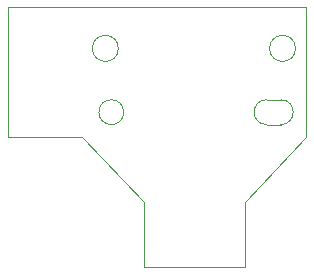
<source format=gbr>
%TF.GenerationSoftware,KiCad,Pcbnew,(5.1.10)-1*%
%TF.CreationDate,2022-04-16T23:27:38-04:00*%
%TF.ProjectId,001,3030312e-6b69-4636-9164-5f7063625858,rev?*%
%TF.SameCoordinates,Original*%
%TF.FileFunction,Profile,NP*%
%FSLAX46Y46*%
G04 Gerber Fmt 4.6, Leading zero omitted, Abs format (unit mm)*
G04 Created by KiCad (PCBNEW (5.1.10)-1) date 2022-04-16 23:27:38*
%MOMM*%
%LPD*%
G01*
G04 APERTURE LIST*
%TA.AperFunction,Profile*%
%ADD10C,0.050000*%
%TD*%
G04 APERTURE END LIST*
D10*
X115633500Y-75374500D02*
X124206000Y-75374500D01*
X104140000Y-64325500D02*
X110426500Y-64325500D01*
X129413000Y-64389000D02*
X129413000Y-53340000D01*
X124206000Y-75374500D02*
X124206000Y-69849620D01*
X126054900Y-63299220D02*
G75*
G02*
X126054900Y-61199220I0J1050000D01*
G01*
X113954900Y-62249220D02*
G75*
G03*
X113954900Y-62249220I-1050000J0D01*
G01*
X115633500Y-69850000D02*
X110426500Y-64325500D01*
X129413000Y-53340000D02*
X104140000Y-53340000D01*
X126054900Y-61199220D02*
X127254900Y-61199220D01*
X124206000Y-69849620D02*
X129413000Y-64389000D01*
X127254900Y-63299220D02*
X126054900Y-63299220D01*
X113502120Y-56849220D02*
G75*
G03*
X113502120Y-56849220I-1100000J0D01*
G01*
X115633500Y-75374500D02*
X115633500Y-69850000D01*
X127254900Y-61199220D02*
G75*
G02*
X127254900Y-63299220I0J-1050000D01*
G01*
X104140000Y-53340000D02*
X104140000Y-64325500D01*
X128502120Y-56849220D02*
G75*
G03*
X128502120Y-56849220I-1100000J0D01*
G01*
M02*

</source>
